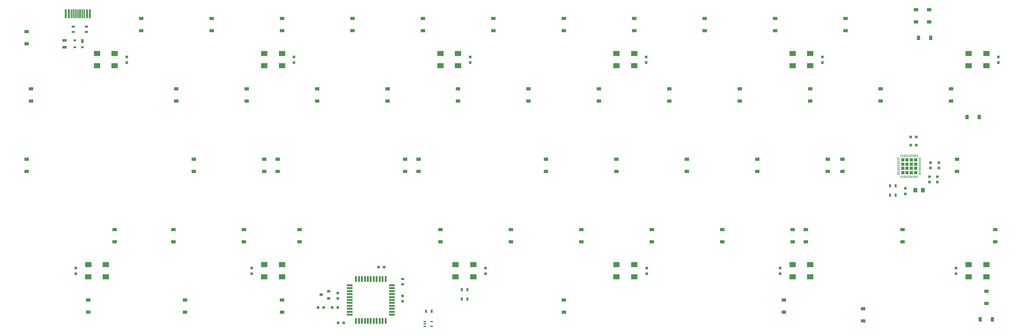
<source format=gbp>
%TF.GenerationSoftware,KiCad,Pcbnew,4.0.7*%
%TF.CreationDate,2018-04-07T01:31:12-07:00*%
%TF.ProjectId,VoyagerII,566F796167657249492E6B696361645F,rev?*%
%TF.FileFunction,Paste,Bot*%
%FSLAX46Y46*%
G04 Gerber Fmt 4.6, Leading zero omitted, Abs format (unit mm)*
G04 Created by KiCad (PCBNEW 4.0.7) date 04/07/18 01:31:12*
%MOMM*%
%LPD*%
G01*
G04 APERTURE LIST*
%ADD10C,0.100000*%
%ADD11R,0.500000X0.900000*%
%ADD12R,0.900000X0.500000*%
%ADD13R,0.750000X0.800000*%
%ADD14R,0.800000X0.750000*%
%ADD15R,0.250000X0.680000*%
%ADD16R,0.680000X0.250000*%
%ADD17R,0.900000X0.900000*%
%ADD18R,0.300000X2.450000*%
%ADD19R,0.600000X2.450000*%
%ADD20R,0.900000X1.200000*%
%ADD21R,1.200000X0.900000*%
%ADD22R,0.700000X0.600000*%
%ADD23R,0.700000X1.000000*%
%ADD24R,1.300000X0.700000*%
%ADD25R,0.650000X0.400000*%
%ADD26R,1.800000X1.400000*%
%ADD27R,0.900000X0.800000*%
%ADD28R,0.550000X1.500000*%
%ADD29R,1.500000X0.550000*%
%ADD30R,1.000000X1.250000*%
G04 APERTURE END LIST*
D10*
D11*
X285889000Y-103378000D03*
X287389000Y-103378000D03*
D12*
X68580000Y-57670000D03*
X68580000Y-59170000D03*
X65024000Y-59170000D03*
X65024000Y-57670000D03*
D11*
X161913000Y-134747000D03*
X160413000Y-134747000D03*
X170065000Y-131445000D03*
X171565000Y-131445000D03*
X170065000Y-128905000D03*
X171565000Y-128905000D03*
X285889000Y-100838000D03*
X287389000Y-100838000D03*
D12*
X154051000Y-125996000D03*
X154051000Y-127496000D03*
D13*
X113284000Y-124575000D03*
X113284000Y-123075000D03*
X267589000Y-67425000D03*
X267589000Y-65925000D03*
X65659000Y-124575000D03*
X65659000Y-123075000D03*
X315214000Y-67425000D03*
X315214000Y-65925000D03*
X79502000Y-67425000D03*
X79502000Y-65925000D03*
X303784000Y-124575000D03*
X303784000Y-123075000D03*
X124714000Y-67425000D03*
X124714000Y-65925000D03*
X256159000Y-124575000D03*
X256159000Y-123075000D03*
X172339000Y-67425000D03*
X172339000Y-65925000D03*
X220091000Y-124575000D03*
X220091000Y-123075000D03*
X219964000Y-67425000D03*
X219964000Y-65925000D03*
X176530000Y-124575000D03*
X176530000Y-123075000D03*
X290068000Y-102985000D03*
X290068000Y-101485000D03*
X296545000Y-99810000D03*
X296545000Y-98310000D03*
X299085000Y-96000000D03*
X299085000Y-94500000D03*
D14*
X292977000Y-89789000D03*
X291477000Y-89789000D03*
D13*
X296799000Y-96000000D03*
X296799000Y-94500000D03*
D14*
X292977000Y-87630000D03*
X291477000Y-87630000D03*
D13*
X298704000Y-99810000D03*
X298704000Y-98310000D03*
D14*
X136513000Y-133731000D03*
X135013000Y-133731000D03*
X147586000Y-122809000D03*
X149086000Y-122809000D03*
D13*
X154051000Y-130568000D03*
X154051000Y-132068000D03*
D14*
X136664000Y-137922000D03*
X138164000Y-137922000D03*
D13*
X136525000Y-131306000D03*
X136525000Y-129806000D03*
D14*
X131203000Y-133731000D03*
X132703000Y-133731000D03*
D15*
X288884000Y-98364000D03*
X289284000Y-98364000D03*
X289684000Y-98364000D03*
X290084000Y-98364000D03*
X290484000Y-98364000D03*
X290884000Y-98364000D03*
X291284000Y-98364000D03*
X291684000Y-98364000D03*
X292084000Y-98364000D03*
X292484000Y-98364000D03*
X292884000Y-98364000D03*
X293284000Y-98364000D03*
D16*
X293944000Y-97704000D03*
X293944000Y-97304000D03*
X293944000Y-96904000D03*
X293944000Y-96504000D03*
X293944000Y-96104000D03*
X293944000Y-95704000D03*
X293944000Y-95304000D03*
X293944000Y-94904000D03*
X293944000Y-94504000D03*
X293944000Y-94104000D03*
X293944000Y-93704000D03*
X293944000Y-93304000D03*
D15*
X293284000Y-92644000D03*
X292884000Y-92644000D03*
X292484000Y-92644000D03*
X292084000Y-92644000D03*
X291684000Y-92644000D03*
X291284000Y-92644000D03*
X290884000Y-92644000D03*
X290484000Y-92644000D03*
X290084000Y-92644000D03*
X289684000Y-92644000D03*
X289284000Y-92644000D03*
X288884000Y-92644000D03*
D16*
X288224000Y-93304000D03*
X288224000Y-93704000D03*
X288224000Y-94104000D03*
X288224000Y-94504000D03*
X288224000Y-94904000D03*
X288224000Y-95304000D03*
X288224000Y-95704000D03*
X288224000Y-96104000D03*
X288224000Y-96504000D03*
X288224000Y-96904000D03*
X288224000Y-97304000D03*
X288224000Y-97704000D03*
D17*
X292809000Y-93779000D03*
X292809000Y-94929000D03*
X292809000Y-96079000D03*
X292809000Y-97229000D03*
X291659000Y-93779000D03*
X291659000Y-94929000D03*
X291659000Y-96079000D03*
X291659000Y-97229000D03*
X290509000Y-93779000D03*
X290509000Y-94929000D03*
X290509000Y-96079000D03*
X290509000Y-97229000D03*
X289359000Y-93779000D03*
X289359000Y-94929000D03*
X289359000Y-96079000D03*
X289359000Y-97229000D03*
D18*
X65987600Y-54195000D03*
X66487600Y-54195000D03*
X66987600Y-54195000D03*
X65487600Y-54195000D03*
X67487600Y-54195000D03*
X64987600Y-54195000D03*
X67987600Y-54195000D03*
X64487600Y-54195000D03*
D19*
X63787600Y-54195000D03*
X68687600Y-54195000D03*
X63012600Y-54195000D03*
X69462600Y-54195000D03*
D20*
X310293750Y-136921875D03*
X313593750Y-136921875D03*
D21*
X311943750Y-132618750D03*
X311943750Y-129318750D03*
X278606250Y-137381250D03*
X278606250Y-134081250D03*
X257175000Y-135000000D03*
X257175000Y-131700000D03*
D22*
X65421000Y-63307000D03*
X67421000Y-63307000D03*
X65421000Y-61407000D03*
D23*
X67421000Y-61607000D03*
D24*
X62611000Y-63307000D03*
X62611000Y-61407000D03*
D25*
X160086000Y-138826000D03*
X160086000Y-137526000D03*
X160086000Y-138176000D03*
X161986000Y-137526000D03*
X161986000Y-138826000D03*
D26*
X121462500Y-122175000D03*
X121462500Y-125475000D03*
X116662500Y-125475000D03*
X116662500Y-122175000D03*
X264337500Y-65025000D03*
X264337500Y-68325000D03*
X259537500Y-68325000D03*
X259537500Y-65025000D03*
X73837500Y-122175000D03*
X73837500Y-125475000D03*
X69037500Y-125475000D03*
X69037500Y-122175000D03*
X311962500Y-65025000D03*
X311962500Y-68325000D03*
X307162500Y-68325000D03*
X307162500Y-65025000D03*
X76218750Y-65025000D03*
X76218750Y-68325000D03*
X71418750Y-68325000D03*
X71418750Y-65025000D03*
X311962500Y-122175000D03*
X311962500Y-125475000D03*
X307162500Y-125475000D03*
X307162500Y-122175000D03*
X121462500Y-65025000D03*
X121462500Y-68325000D03*
X116662500Y-68325000D03*
X116662500Y-65025000D03*
X264337500Y-122175000D03*
X264337500Y-125475000D03*
X259537500Y-125475000D03*
X259537500Y-122175000D03*
X169087500Y-65025000D03*
X169087500Y-68325000D03*
X164287500Y-68325000D03*
X164287500Y-65025000D03*
X216712500Y-122175000D03*
X216712500Y-125475000D03*
X211912500Y-125475000D03*
X211912500Y-122175000D03*
X216712500Y-65025000D03*
X216712500Y-68325000D03*
X211912500Y-68325000D03*
X211912500Y-65025000D03*
X173215000Y-122175000D03*
X173215000Y-125475000D03*
X168415000Y-125475000D03*
X168415000Y-122175000D03*
D21*
X121443750Y-135000000D03*
X121443750Y-131700000D03*
X95250000Y-135000000D03*
X95250000Y-131700000D03*
X69056250Y-135000000D03*
X69056250Y-131700000D03*
X314325000Y-115950000D03*
X314325000Y-112650000D03*
X289321875Y-115950000D03*
X289321875Y-112650000D03*
X263128125Y-115950000D03*
X263128125Y-112650000D03*
X197643750Y-135000000D03*
X197643750Y-131700000D03*
X259556250Y-115950000D03*
X259556250Y-112650000D03*
X240506250Y-115950000D03*
X240506250Y-112650000D03*
X221456250Y-115950000D03*
X221456250Y-112650000D03*
X202406250Y-115950000D03*
X202406250Y-112650000D03*
X183356250Y-115950000D03*
X183356250Y-112650000D03*
X164306250Y-115950000D03*
X164306250Y-112650000D03*
X126206250Y-115950000D03*
X126206250Y-112650000D03*
X111125000Y-115950000D03*
X111125000Y-112650000D03*
X92075000Y-115950000D03*
X92075000Y-112650000D03*
X76200000Y-115950000D03*
X76200000Y-112650000D03*
X304006250Y-96900000D03*
X304006250Y-93600000D03*
X273050000Y-96900000D03*
X273050000Y-93600000D03*
X269081250Y-96900000D03*
X269081250Y-93600000D03*
X250031250Y-96900000D03*
X250031250Y-93600000D03*
X230981250Y-96900000D03*
X230981250Y-93600000D03*
X211931250Y-96900000D03*
X211931250Y-93600000D03*
X192881250Y-96900000D03*
X192881250Y-93600000D03*
X158353125Y-96900000D03*
X158353125Y-93600000D03*
X154781250Y-96900000D03*
X154781250Y-93600000D03*
X120253125Y-96900000D03*
X120253125Y-93600000D03*
X116681250Y-96900000D03*
X116681250Y-93600000D03*
X97631250Y-96900000D03*
X97631250Y-93600000D03*
X52387500Y-96900000D03*
X52387500Y-93600000D03*
D20*
X306721875Y-82153125D03*
X310021875Y-82153125D03*
D21*
X302418750Y-77850000D03*
X302418750Y-74550000D03*
X283368750Y-77850000D03*
X283368750Y-74550000D03*
X264318750Y-77850000D03*
X264318750Y-74550000D03*
X245268750Y-77850000D03*
X245268750Y-74550000D03*
X226218750Y-77850000D03*
X226218750Y-74550000D03*
X207168750Y-77850000D03*
X207168750Y-74550000D03*
X188118750Y-77850000D03*
X188118750Y-74550000D03*
X169068750Y-77850000D03*
X169068750Y-74550000D03*
X150018750Y-77850000D03*
X150018750Y-74550000D03*
X130968750Y-77850000D03*
X130968750Y-74550000D03*
X111918750Y-77850000D03*
X111918750Y-74550000D03*
X92868750Y-77850000D03*
X92868750Y-74550000D03*
X53578125Y-77850000D03*
X53578125Y-74550000D03*
D20*
X293625000Y-60721875D03*
X296925000Y-60721875D03*
D21*
X296465625Y-56418750D03*
X296465625Y-53118750D03*
X292893750Y-56418750D03*
X292893750Y-53118750D03*
X273843750Y-58800000D03*
X273843750Y-55500000D03*
X254793750Y-58800000D03*
X254793750Y-55500000D03*
X235743750Y-58800000D03*
X235743750Y-55500000D03*
X216693750Y-58800000D03*
X216693750Y-55500000D03*
X197643750Y-58800000D03*
X197643750Y-55500000D03*
X178593750Y-58800000D03*
X178593750Y-55500000D03*
X159543750Y-58800000D03*
X159543750Y-55500000D03*
X140493750Y-58800000D03*
X140493750Y-55500000D03*
X121443750Y-58800000D03*
X121443750Y-55500000D03*
X102393750Y-58800000D03*
X102393750Y-55500000D03*
X83343750Y-58800000D03*
X83343750Y-55500000D03*
X52387500Y-62371875D03*
X52387500Y-59071875D03*
D27*
X134096000Y-129352000D03*
X134096000Y-131252000D03*
X132096000Y-130302000D03*
D28*
X149478500Y-137399000D03*
X148678500Y-137399000D03*
X147878500Y-137399000D03*
X147078500Y-137399000D03*
X146278500Y-137399000D03*
X145478500Y-137399000D03*
X144678500Y-137399000D03*
X143878500Y-137399000D03*
X143078500Y-137399000D03*
X142278500Y-137399000D03*
X141478500Y-137399000D03*
D29*
X139778500Y-135699000D03*
X139778500Y-134899000D03*
X139778500Y-134099000D03*
X139778500Y-133299000D03*
X139778500Y-132499000D03*
X139778500Y-131699000D03*
X139778500Y-130899000D03*
X139778500Y-130099000D03*
X139778500Y-129299000D03*
X139778500Y-128499000D03*
X139778500Y-127699000D03*
D28*
X141478500Y-125999000D03*
X142278500Y-125999000D03*
X143078500Y-125999000D03*
X143878500Y-125999000D03*
X144678500Y-125999000D03*
X145478500Y-125999000D03*
X146278500Y-125999000D03*
X147078500Y-125999000D03*
X147878500Y-125999000D03*
X148678500Y-125999000D03*
X149478500Y-125999000D03*
D29*
X151178500Y-127699000D03*
X151178500Y-128499000D03*
X151178500Y-129299000D03*
X151178500Y-130099000D03*
X151178500Y-130899000D03*
X151178500Y-131699000D03*
X151178500Y-132499000D03*
X151178500Y-133299000D03*
X151178500Y-134099000D03*
X151178500Y-134899000D03*
X151178500Y-135699000D03*
D30*
X292751000Y-101981000D03*
X294751000Y-101981000D03*
M02*

</source>
